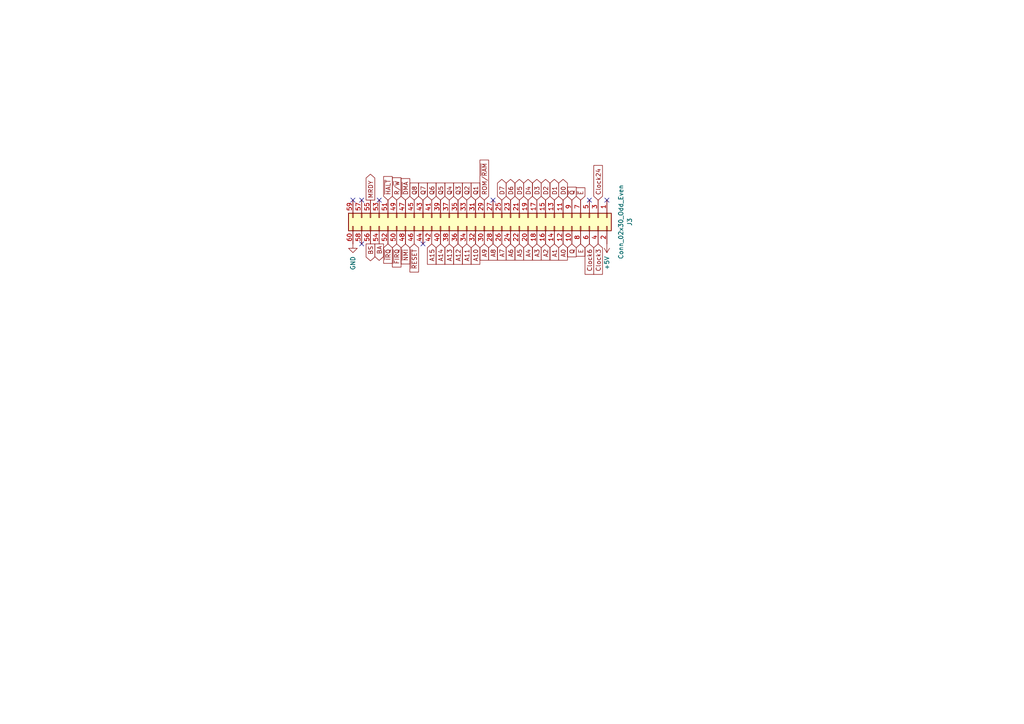
<source format=kicad_sch>
(kicad_sch (version 20211123) (generator eeschema)
  (paper "A4")
  (lib_symbols
    (symbol "Connector_Generic:Conn_02x30_Odd_Even" (pin_names (offset 1.016) hide)
      (property "Reference" "J" (at 1.27 38.1 0))
      (property "Value" "Conn_02x30_Odd_Even" (at 1.27 -40.64 0))
      (symbol "Conn_02x30_Odd_Even_1_1"
        (rectangle (start -1.27 -37.973) (end 0 -38.227) (stroke (width 0.1524)))
        (rectangle (start -1.27 -35.433) (end 0 -35.687) (stroke (width 0.1524)))
        (rectangle (start -1.27 -32.893) (end 0 -33.147) (stroke (width 0.1524)))
        (rectangle (start -1.27 -30.353) (end 0 -30.607) (stroke (width 0.1524)))
        (rectangle (start -1.27 -27.813) (end 0 -28.067) (stroke (width 0.1524)))
        (rectangle (start -1.27 -25.273) (end 0 -25.527) (stroke (width 0.1524)))
        (rectangle (start -1.27 -22.733) (end 0 -22.987) (stroke (width 0.1524)))
        (rectangle (start -1.27 -20.193) (end 0 -20.447) (stroke (width 0.1524)))
        (rectangle (start -1.27 -17.653) (end 0 -17.907) (stroke (width 0.1524)))
        (rectangle (start -1.27 -15.113) (end 0 -15.367) (stroke (width 0.1524)))
        (rectangle (start -1.27 -12.573) (end 0 -12.827) (stroke (width 0.1524)))
        (rectangle (start -1.27 -10.033) (end 0 -10.287) (stroke (width 0.1524)))
        (rectangle (start -1.27 -7.493) (end 0 -7.747) (stroke (width 0.1524)))
        (rectangle (start -1.27 -4.953) (end 0 -5.207) (stroke (width 0.1524)))
        (rectangle (start -1.27 -2.413) (end 0 -2.667) (stroke (width 0.1524)))
        (rectangle (start -1.27 0.127) (end 0 -0.127) (stroke (width 0.1524)))
        (rectangle (start -1.27 2.667) (end 0 2.413) (stroke (width 0.1524)))
        (rectangle (start -1.27 5.207) (end 0 4.953) (stroke (width 0.1524)))
        (rectangle (start -1.27 7.747) (end 0 7.493) (stroke (width 0.1524)))
        (rectangle (start -1.27 10.287) (end 0 10.033) (stroke (width 0.1524)))
        (rectangle (start -1.27 12.827) (end 0 12.573) (stroke (width 0.1524)))
        (rectangle (start -1.27 15.367) (end 0 15.113) (stroke (width 0.1524)))
        (rectangle (start -1.27 17.907) (end 0 17.653) (stroke (width 0.1524)))
        (rectangle (start -1.27 20.447) (end 0 20.193) (stroke (width 0.1524)))
        (rectangle (start -1.27 22.987) (end 0 22.733) (stroke (width 0.1524)))
        (rectangle (start -1.27 25.527) (end 0 25.273) (stroke (width 0.1524)))
        (rectangle (start -1.27 28.067) (end 0 27.813) (stroke (width 0.1524)))
        (rectangle (start -1.27 30.607) (end 0 30.353) (stroke (width 0.1524)))
        (rectangle (start -1.27 33.147) (end 0 32.893) (stroke (width 0.1524)))
        (rectangle (start -1.27 35.687) (end 0 35.433) (stroke (width 0.1524)))
        (rectangle (start -1.27 36.83) (end 3.81 -39.37) (stroke (width 0.254)) (fill (type background)))
        (rectangle (start 3.81 -37.973) (end 2.54 -38.227) (stroke (width 0.1524)))
        (rectangle (start 3.81 -35.433) (end 2.54 -35.687) (stroke (width 0.1524)))
        (rectangle (start 3.81 -32.893) (end 2.54 -33.147) (stroke (width 0.1524)))
        (rectangle (start 3.81 -30.353) (end 2.54 -30.607) (stroke (width 0.1524)))
        (rectangle (start 3.81 -27.813) (end 2.54 -28.067) (stroke (width 0.1524)))
        (rectangle (start 3.81 -25.273) (end 2.54 -25.527) (stroke (width 0.1524)))
        (rectangle (start 3.81 -22.733) (end 2.54 -22.987) (stroke (width 0.1524)))
        (rectangle (start 3.81 -20.193) (end 2.54 -20.447) (stroke (width 0.1524)))
        (rectangle (start 3.81 -17.653) (end 2.54 -17.907) (stroke (width 0.1524)))
        (rectangle (start 3.81 -15.113) (end 2.54 -15.367) (stroke (width 0.1524)))
        (rectangle (start 3.81 -12.573) (end 2.54 -12.827) (stroke (width 0.1524)))
        (rectangle (start 3.81 -10.033) (end 2.54 -10.287) (stroke (width 0.1524)))
        (rectangle (start 3.81 -7.493) (end 2.54 -7.747) (stroke (width 0.1524)))
        (rectangle (start 3.81 -4.953) (end 2.54 -5.207) (stroke (width 0.1524)))
        (rectangle (start 3.81 -2.413) (end 2.54 -2.667) (stroke (width 0.1524)))
        (rectangle (start 3.81 0.127) (end 2.54 -0.127) (stroke (width 0.1524)))
        (rectangle (start 3.81 2.667) (end 2.54 2.413) (stroke (width 0.1524)))
        (rectangle (start 3.81 5.207) (end 2.54 4.953) (stroke (width 0.1524)))
        (rectangle (start 3.81 7.747) (end 2.54 7.493) (stroke (width 0.1524)))
        (rectangle (start 3.81 10.287) (end 2.54 10.033) (stroke (width 0.1524)))
        (rectangle (start 3.81 12.827) (end 2.54 12.573) (stroke (width 0.1524)))
        (rectangle (start 3.81 15.367) (end 2.54 15.113) (stroke (width 0.1524)))
        (rectangle (start 3.81 17.907) (end 2.54 17.653) (stroke (width 0.1524)))
        (rectangle (start 3.81 20.447) (end 2.54 20.193) (stroke (width 0.1524)))
        (rectangle (start 3.81 22.987) (end 2.54 22.733) (stroke (width 0.1524)))
        (rectangle (start 3.81 25.527) (end 2.54 25.273) (stroke (width 0.1524)))
        (rectangle (start 3.81 28.067) (end 2.54 27.813) (stroke (width 0.1524)))
        (rectangle (start 3.81 30.607) (end 2.54 30.353) (stroke (width 0.1524)))
        (rectangle (start 3.81 33.147) (end 2.54 32.893) (stroke (width 0.1524)))
        (rectangle (start 3.81 35.687) (end 2.54 35.433) (stroke (width 0.1524)))
        (pin passive line (at -5.08 35.56 0) (length 3.81) (name "Pin_1") (number "1"))
        (pin passive line (at 7.62 25.4 180) (length 3.81) (name "Pin_10") (number "10"))
        (pin passive line (at -5.08 22.86 0) (length 3.81) (name "Pin_11") (number "11"))
        (pin passive line (at 7.62 22.86 180) (length 3.81) (name "Pin_12") (number "12"))
        (pin passive line (at -5.08 20.32 0) (length 3.81) (name "Pin_13") (number "13"))
        (pin passive line (at 7.62 20.32 180) (length 3.81) (name "Pin_14") (number "14"))
        (pin passive line (at -5.08 17.78 0) (length 3.81) (name "Pin_15") (number "15"))
        (pin passive line (at 7.62 17.78 180) (length 3.81) (name "Pin_16") (number "16"))
        (pin passive line (at -5.08 15.24 0) (length 3.81) (name "Pin_17") (number "17"))
        (pin passive line (at 7.62 15.24 180) (length 3.81) (name "Pin_18") (number "18"))
        (pin passive line (at -5.08 12.7 0) (length 3.81) (name "Pin_19") (number "19"))
        (pin passive line (at 7.62 35.56 180) (length 3.81) (name "Pin_2") (number "2"))
        (pin passive line (at 7.62 12.7 180) (length 3.81) (name "Pin_20") (number "20"))
        (pin passive line (at -5.08 10.16 0) (length 3.81) (name "Pin_21") (number "21"))
        (pin passive line (at 7.62 10.16 180) (length 3.81) (name "Pin_22") (number "22"))
        (pin passive line (at -5.08 7.62 0) (length 3.81) (name "Pin_23") (number "23"))
        (pin passive line (at 7.62 7.62 180) (length 3.81) (name "Pin_24") (number "24"))
        (pin passive line (at -5.08 5.08 0) (length 3.81) (name "Pin_25") (number "25"))
        (pin passive line (at 7.62 5.08 180) (length 3.81) (name "Pin_26") (number "26"))
        (pin passive line (at -5.08 2.54 0) (length 3.81) (name "Pin_27") (number "27"))
        (pin passive line (at 7.62 2.54 180) (length 3.81) (name "Pin_28") (number "28"))
        (pin passive line (at -5.08 0 0) (length 3.81) (name "Pin_29") (number "29"))
        (pin passive line (at -5.08 33.02 0) (length 3.81) (name "Pin_3") (number "3"))
        (pin passive line (at 7.62 0 180) (length 3.81) (name "Pin_30") (number "30"))
        (pin passive line (at -5.08 -2.54 0) (length 3.81) (name "Pin_31") (number "31"))
        (pin passive line (at 7.62 -2.54 180) (length 3.81) (name "Pin_32") (number "32"))
        (pin passive line (at -5.08 -5.08 0) (length 3.81) (name "Pin_33") (number "33"))
        (pin passive line (at 7.62 -5.08 180) (length 3.81) (name "Pin_34") (number "34"))
        (pin passive line (at -5.08 -7.62 0) (length 3.81) (name "Pin_35") (number "35"))
        (pin passive line (at 7.62 -7.62 180) (length 3.81) (name "Pin_36") (number "36"))
        (pin passive line (at -5.08 -10.16 0) (length 3.81) (name "Pin_37") (number "37"))
        (pin passive line (at 7.62 -10.16 180) (length 3.81) (name "Pin_38") (number "38"))
        (pin passive line (at -5.08 -12.7 0) (length 3.81) (name "Pin_39") (number "39"))
        (pin passive line (at 7.62 33.02 180) (length 3.81) (name "Pin_4") (number "4"))
        (pin passive line (at 7.62 -12.7 180) (length 3.81) (name "Pin_40") (number "40"))
        (pin passive line (at -5.08 -15.24 0) (length 3.81) (name "Pin_41") (number "41"))
        (pin passive line (at 7.62 -15.24 180) (length 3.81) (name "Pin_42") (number "42"))
        (pin passive line (at -5.08 -17.78 0) (length 3.81) (name "Pin_43") (number "43"))
        (pin passive line (at 7.62 -17.78 180) (length 3.81) (name "Pin_44") (number "44"))
        (pin passive line (at -5.08 -20.32 0) (length 3.81) (name "Pin_45") (number "45"))
        (pin passive line (at 7.62 -20.32 180) (length 3.81) (name "Pin_46") (number "46"))
        (pin passive line (at -5.08 -22.86 0) (length 3.81) (name "Pin_47") (number "47"))
        (pin passive line (at 7.62 -22.86 180) (length 3.81) (name "Pin_48") (number "48"))
        (pin passive line (at -5.08 -25.4 0) (length 3.81) (name "Pin_49") (number "49"))
        (pin passive line (at -5.08 30.48 0) (length 3.81) (name "Pin_5") (number "5"))
        (pin passive line (at 7.62 -25.4 180) (length 3.81) (name "Pin_50") (number "50"))
        (pin passive line (at -5.08 -27.94 0) (length 3.81) (name "Pin_51") (number "51"))
        (pin passive line (at 7.62 -27.94 180) (length 3.81) (name "Pin_52") (number "52"))
        (pin passive line (at -5.08 -30.48 0) (length 3.81) (name "Pin_53") (number "53"))
        (pin passive line (at 7.62 -30.48 180) (length 3.81) (name "Pin_54") (number "54"))
        (pin passive line (at -5.08 -33.02 0) (length 3.81) (name "Pin_55") (number "55"))
        (pin passive line (at 7.62 -33.02 180) (length 3.81) (name "Pin_56") (number "56"))
        (pin passive line (at -5.08 -35.56 0) (length 3.81) (name "Pin_57") (number "57"))
        (pin passive line (at 7.62 -35.56 180) (length 3.81) (name "Pin_58") (number "58"))
        (pin passive line (at -5.08 -38.1 0) (length 3.81) (name "Pin_59") (number "59"))
        (pin passive line (at 7.62 30.48 180) (length 3.81) (name "Pin_6") (number "6"))
        (pin passive line (at 7.62 -38.1 180) (length 3.81) (name "Pin_60") (number "60"))
        (pin passive line (at -5.08 27.94 0) (length 3.81) (name "Pin_7") (number "7"))
        (pin passive line (at 7.62 27.94 180) (length 3.81) (name "Pin_8") (number "8"))
        (pin passive line (at -5.08 25.4 0) (length 3.81) (name "Pin_9") (number "9"))
      )
    )
    (symbol "power:+5V" (power) (pin_names (offset 0))
      (property "Value" "+5V" (at 0 3.556 0))
      (symbol "+5V_0_1"
        (polyline (pts (xy -0.762 1.27) (xy 0 2.54)))
        (polyline (pts (xy 0 0) (xy 0 2.54)))
        (polyline (pts (xy 0 2.54) (xy 0.762 1.27)))
      )
      (symbol "+5V_1_1"
        (pin power_in line (at 0 0 90) (length 0) hide (name "+5V") (number "1"))
      )
    )
    (symbol "power:GND" (power) (pin_names (offset 0))
      (property "Value" "GND" (at 0 -3.81 0))
      (symbol "GND_0_1"
        (polyline (pts (xy 0 0) (xy 0 -1.27) (xy 1.27 -1.27) (xy 0 -2.54) (xy -1.27 -1.27) (xy 0 -1.27)))
      )
      (symbol "GND_1_1"
        (pin power_in line (at 0 0 270) (length 0) hide (name "GND") (number "1"))
      )
    )
  )
  (no_connect (at 102.362 58.039))
  (no_connect (at 143.002 58.039))
  (no_connect (at 104.902 70.739))
  (no_connect (at 122.682 70.739))
  (no_connect (at 109.982 58.039))
  (no_connect (at 104.902 58.039))
  (no_connect (at 170.942 58.039))
  (no_connect (at 176.022 58.039))
  (global_label "A5" (shape input) (at 150.622 70.739 270) (property "Intersheet References" "${INTERSHEET_REFS}" (effects hide)))
  (global_label "BA" (shape output) (at 109.982 70.739 270) (property "Intersheet References" "${INTERSHEET_REFS}" (effects hide)))
  (global_label "BS" (shape output) (at 107.442 70.739 270) (property "Intersheet References" "${INTERSHEET_REFS}" (effects hide)))
  (global_label "A13" (shape input) (at 130.302 70.739 270) (property "Intersheet References" "${INTERSHEET_REFS}" (effects hide)))
  (global_label "~{E}" (shape input) (at 168.402 58.039 90) (property "Intersheet References" "${INTERSHEET_REFS}" (effects hide)))
  (global_label "A0" (shape input) (at 163.322 70.739 270) (property "Intersheet References" "${INTERSHEET_REFS}" (effects hide)))
  (global_label "A14" (shape input) (at 127.762 70.739 270) (property "Intersheet References" "${INTERSHEET_REFS}" (effects hide)))
  (global_label "A12" (shape input) (at 132.842 70.739 270) (property "Intersheet References" "${INTERSHEET_REFS}" (effects hide)))
  (global_label "~{HALT}" (shape input) (at 112.522 58.039 90) (property "Intersheet References" "${INTERSHEET_REFS}" (effects hide)))
  (global_label "Q8" (shape input) (at 120.142 58.039 90) (property "Intersheet References" "${INTERSHEET_REFS}" (effects hide)))
  (global_label "A3" (shape input) (at 155.702 70.739 270) (property "Intersheet References" "${INTERSHEET_REFS}" (effects hide)))
  (global_label "D7" (shape bidirectional) (at 145.542 58.039 90) (property "Intersheet References" "${INTERSHEET_REFS}" (effects hide)))
  (global_label "A2" (shape input) (at 158.242 70.739 270) (property "Intersheet References" "${INTERSHEET_REFS}" (effects hide)))
  (global_label "~{IRQ}" (shape input) (at 112.522 70.739 270) (property "Intersheet References" "${INTERSHEET_REFS}" (effects hide)))
  (global_label "D5" (shape bidirectional) (at 150.622 58.039 90) (property "Intersheet References" "${INTERSHEET_REFS}" (effects hide)))
  (global_label "A7" (shape input) (at 145.542 70.739 270) (property "Intersheet References" "${INTERSHEET_REFS}" (effects hide)))
  (global_label "ROM{slash}~{RAM}" (shape input) (at 140.462 58.039 90) (property "Intersheet References" "${INTERSHEET_REFS}" (effects hide)))
  (global_label "D0" (shape bidirectional) (at 163.322 58.039 90) (property "Intersheet References" "${INTERSHEET_REFS}" (effects hide)))
  (global_label "Clock24" (shape input) (at 173.482 58.039 90) (property "Intersheet References" "${INTERSHEET_REFS}" (effects hide)))
  (global_label "D4" (shape bidirectional) (at 153.162 58.039 90) (property "Intersheet References" "${INTERSHEET_REFS}" (effects hide)))
  (global_label "Q6" (shape input) (at 125.222 58.039 90) (property "Intersheet References" "${INTERSHEET_REFS}" (effects hide)))
  (global_label "Q7" (shape input) (at 122.682 58.039 90) (property "Intersheet References" "${INTERSHEET_REFS}" (effects hide)))
  (global_label "Q4" (shape input) (at 130.302 58.039 90) (property "Intersheet References" "${INTERSHEET_REFS}" (effects hide)))
  (global_label "A6" (shape input) (at 148.082 70.739 270) (property "Intersheet References" "${INTERSHEET_REFS}" (effects hide)))
  (global_label "~{NMI}" (shape input) (at 117.602 70.739 270) (property "Intersheet References" "${INTERSHEET_REFS}" (effects hide)))
  (global_label "~{FIRQ}" (shape input) (at 115.062 70.739 270) (property "Intersheet References" "${INTERSHEET_REFS}" (effects hide)))
  (global_label "A8" (shape input) (at 143.002 70.739 270) (property "Intersheet References" "${INTERSHEET_REFS}" (effects hide)))
  (global_label "R{slash}~{W}" (shape input) (at 115.062 58.039 90) (property "Intersheet References" "${INTERSHEET_REFS}" (effects hide)))
  (global_label "MRDY" (shape output) (at 107.442 58.039 90) (property "Intersheet References" "${INTERSHEET_REFS}" (effects hide)))
  (global_label "D3" (shape bidirectional) (at 155.702 58.039 90) (property "Intersheet References" "${INTERSHEET_REFS}" (effects hide)))
  (global_label "~{Q}" (shape input) (at 165.862 58.039 90) (property "Intersheet References" "${INTERSHEET_REFS}" (effects hide)))
  (global_label "D6" (shape bidirectional) (at 148.082 58.039 90) (property "Intersheet References" "${INTERSHEET_REFS}" (effects hide)))
  (global_label "A15" (shape input) (at 125.222 70.739 270) (property "Intersheet References" "${INTERSHEET_REFS}" (effects hide)))
  (global_label "A10" (shape input) (at 137.922 70.739 270) (property "Intersheet References" "${INTERSHEET_REFS}" (effects hide)))
  (global_label "~{DMA}" (shape input) (at 117.602 58.039 90) (property "Intersheet References" "${INTERSHEET_REFS}" (effects hide)))
  (global_label "E" (shape input) (at 168.402 70.739 270) (property "Intersheet References" "${INTERSHEET_REFS}" (effects hide)))
  (global_label "D2" (shape bidirectional) (at 158.242 58.039 90) (property "Intersheet References" "${INTERSHEET_REFS}" (effects hide)))
  (global_label "Q1" (shape input) (at 137.922 58.039 90) (property "Intersheet References" "${INTERSHEET_REFS}" (effects hide)))
  (global_label "A11" (shape input) (at 135.382 70.739 270) (property "Intersheet References" "${INTERSHEET_REFS}" (effects hide)))
  (global_label "Clock6" (shape input) (at 170.942 70.739 270) (property "Intersheet References" "${INTERSHEET_REFS}" (effects hide)))
  (global_label "D1" (shape bidirectional) (at 160.782 58.039 90) (property "Intersheet References" "${INTERSHEET_REFS}" (effects hide)))
  (global_label "~{RESET}" (shape input) (at 120.142 70.739 270) (property "Intersheet References" "${INTERSHEET_REFS}" (effects hide)))
  (global_label "A1" (shape input) (at 160.782 70.739 270) (property "Intersheet References" "${INTERSHEET_REFS}" (effects hide)))
  (global_label "A4" (shape input) (at 153.162 70.739 270) (property "Intersheet References" "${INTERSHEET_REFS}" (effects hide)))
  (global_label "A9" (shape input) (at 140.462 70.739 270) (property "Intersheet References" "${INTERSHEET_REFS}" (effects hide)))
  (global_label "Q" (shape input) (at 165.862 70.739 270) (property "Intersheet References" "${INTERSHEET_REFS}" (effects hide)))
  (global_label "Clock3" (shape input) (at 173.482 70.739 270) (property "Intersheet References" "${INTERSHEET_REFS}" (effects hide)))
  (global_label "Q2" (shape input) (at 135.382 58.039 90) (property "Intersheet References" "${INTERSHEET_REFS}" (effects hide)))
  (global_label "Q5" (shape input) (at 127.762 58.039 90) (property "Intersheet References" "${INTERSHEET_REFS}" (effects hide)))
  (global_label "Q3" (shape input) (at 132.842 58.039 90) (property "Intersheet References" "${INTERSHEET_REFS}" (effects hide)))
  (symbol (lib_id "power:GND") (at 102.362 70.739 0) (unit 1)
    (property "Reference" "#PWR028" (effects hide))
    (property "Value" "GND" (at 102.3621 74.295 90) (effects (justify right)))
  )
  (symbol (lib_id "power:+5V") (at 176.022 70.739 180) (unit 1)
    (property "Reference" "#PWR029" (effects hide))
    (property "Value" "+5V" (at 176.022 78.359 90) (effects (justify right)))
  )
  (symbol (lib_id "Connector_Generic:Conn_02x30_Odd_Even") (at 140.462 63.119 270) (unit 1)
    (property "Reference" "J3" (at 182.626 64.389 0))
    (property "Value" "Conn_02x30_Odd_Even" (at 180.086 64.389 0))
    (property "Footprint" "Connector_PinHeader_2.54mm:PinHeader_2x30_P2.54mm_Vertical" (effects hide))
  )
)
</source>
